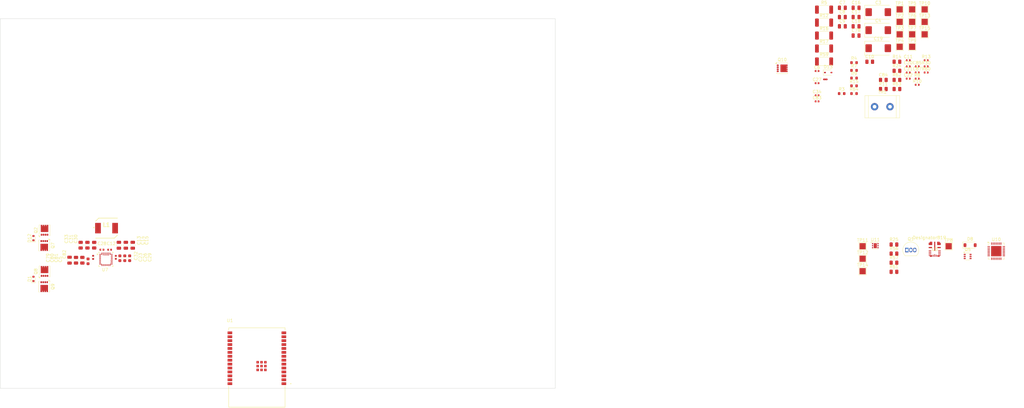
<source format=kicad_pcb>
(kicad_pcb (version 20240108) (generator "pcbnew") (generator_version "8.0")
  (title_block (title "SCAN") (date "2025-01-24") (rev "v1.0") (company "Jonah Sprandel"))
  (layers (0 "F.Cu" signal) (1 "In1.Cu" signal) (2 "In2.Cu" signal) (31 "B.Cu" signal) (34 "B.Paste" user) (35 "F.Paste" user) (36 "B.SilkS" user "B.Silkscreen") (37 "F.SilkS" user "F.Silkscreen") (38 "B.Mask" user) (39 "F.Mask" user) (44 "Edge.Cuts" user))
  (net 0 "")
  (net 1 "PGND")
  (net 2 "/Power Management/PMID")
  (net 3 "/Power Management/REGN")
  (net 4 "Net-(C9-Pad1)")
  (net 5 "/Power Management/PV_IN")
  (net 6 "Net-(D1-K)")
  (net 7 "Net-(D1-A)")
  (net 8 "/Power Management/SYS")
  (net 9 "AGND")
  (net 10 "/Power Management/ACDRV1")
  (net 11 "/Power Management/VAC2")
  (net 12 "/Power Management/ACDRV2")
  (net 13 "/Power Management/BAT")
  (net 14 "/Power Management/BATP")
  (net 15 "Net-(C83-Pad1)")
  (net 16 "/VDC")
  (net 17 "Net-(D12-A)")
  (net 18 "Net-(D12-K)")
  (net 19 "/Power Management/VAC1")
  (net 20 "/RST")
  (net 21 "3.3V_SYS")
  (net 22 "/Power Management/VBUS")
  (net 23 "Net-(Q1-B)")
  (net 24 "Net-(Q1-C)")
  (net 25 "GND")
  (net 26 "Net-(Q5A-B1)")
  (net 27 "Net-(Q5B-B2)")
  (net 28 "Net-(Q5B-C2)")
  (net 29 "/Auto Download/RTS")
  (net 30 "Net-(Q5A-C1)")
  (net 31 "/Auto Download/DTR")
  (net 32 "Net-(Q10-D)")
  (net 33 "/Power Management/SDRV")
  (net 34 "/Logic Power/POWER_IN")
  (net 35 "/Power Management/PROG")
  (net 36 "Net-(D4-A)")
  (net 37 "/Power Management/TS")
  (net 38 "/CHGR_VOUT")
  (net 39 "/Power Management/BAT_IN")
  (net 40 "/I2C_SDA")
  (net 41 "/I2C_SCL")
  (net 42 "/CHIP_PU")
  (net 43 "/KEYPAD_INT")
  (net 44 "/SAFE_PWR")
  (net 45 "1.8V_VCCD")
  (net 46 "Net-(U3-FB)")
  (net 47 "Net-(U3-RT)")
  (net 48 "Net-(U3-CBOOT)")
  (net 49 "Net-(U3-SW)")
  (net 50 "Net-(U3-~{RESET})")
  (net 54 "Net-(U10-RXD)")
  (net 59 "/USB_D+")
  (net 63 "Net-(U10-TXD)")
  (net 65 "Net-(U10-~{RST})")
  (net 72 "Net-(U10-~{SUSPEND})")
  (net 73 "/USB_D-")
  (net 76 "/USB_VBUS")
  (net 77 "/Power Management/SW1")
  (net 78 "/Power Management/BTST1")
  (net 79 "/Power Management/BTST2")
  (net 80 "/Power Management/SW2")
  (net 81 "/Power Management/ILIM_HIZ")
  (net 82 "/Power Management/STAT")
  (net 83 "/GPIO16_BREAKOUT")
  (net 84 "/UART_RXD")
  (net 85 "/PD_GPIO")
  (net 86 "/SPI_MISO")
  (net 87 "/PD_INT")
  (net 88 "/UART_TXD")
  (net 89 "/NFC_INT")
  (net 90 "/BLK")
  (net 91 "/PN532_CS")
  (net 92 "/PIR_OUT")
  (net 93 "/SPI_CLK")
  (net 95 "/LED_GREEN")
  (net 96 "/BUZZER_PWM")
  (net 97 "/LED_RED")
  (net 98 "/TFT_DC")
  (net 99 "/BOOT")
  (net 100 "/SPI_MOSI")
  (net 101 "/TFT_CS")
  (footprint "TestPoint:TestPoint_Pad_2.0x2.0mm" (layer "F.Cu") (at 336.675 114.475)
    (property "Reference" "TP14" (at 0 -1.998 0) (layer "F.SilkS"))
    (property "Value" "TestPoint")
    (pad "1" smd rect (at 0 0) (size 2 2) (layers "F.Cu" "F.Mask") (net 45 "1.8V_VCCD"))
  )
  (footprint "TestPoint:TestPoint_Pad_2.0x2.0mm" (layer "F.Cu") (at 352.74 33.53)
    (property "Reference" "TP6" (at 0 -1.998 0) (layer "F.SilkS"))
    (property "Value" "TestPoint")
    (pad "1" smd rect (at 0 0) (size 2 2) (layers "F.Cu" "F.Mask") (net 11 "/Power Management/VAC2"))
  )
  (footprint "Capacitor_SMD:C_0805_2012Metric" (layer "F.Cu") (at 79.5 110.8925 90)
    (property "Reference" "C79" (at 0.745834 -6.97125 90) (layer "F.SilkS"))
    (property "Value" "10u")
    (pad "1" smd roundrect (at -0.95 0 90) (size 1 1.45) (layers "F.Cu" "F.Paste" "F.Mask") (net 22 "/Power Management/VBUS"))
    (pad "2" smd roundrect (at 0.95 0 90) (size 1 1.45) (layers "F.Cu" "F.Paste" "F.Mask") (net 1 "PGND"))
  )
  (footprint "Capacitor_SMD:C_0402_1005Metric" (layer "F.Cu") (at 94.5 109.98 -90)
    (property "Reference" "C32" (at -0.48 -6.5 90) (layer "F.SilkS"))
    (property "Value" "0.1u")
    (pad "1" smd roundrect (at -0.48 0 270) (size 0.56 0.62) (layers "F.Cu" "F.Paste" "F.Mask") (net 13 "/Power Management/BAT"))
    (pad "2" smd roundrect (at 0.48 0 270) (size 0.56 0.62) (layers "F.Cu" "F.Paste" "F.Mask") (net 1 "PGND"))
  )
  (footprint "TestPoint:TestPoint_Pad_2.0x2.0mm" (layer "F.Cu") (at 356.79 37.58)
    (property "Reference" "TP15" (at 0 -1.998 0) (layer "F.SilkS"))
    (property "Value" "TestPoint")
    (pad "1" smd rect (at 0 0) (size 2 2) (layers "F.Cu" "F.Mask") (net 39 "/Power Management/BAT_IN"))
  )
  (footprint "TestPoint:TestPoint_Pad_2.0x2.0mm" (layer "F.Cu") (at 348.69 37.58)
    (property "Reference" "TP3" (at 0 -1.998 0) (layer "F.SilkS"))
    (property "Value" "TestPoint")
    (pad "1" smd rect (at 0 0) (size 2 2) (layers "F.Cu" "F.Mask") (net 2 "/Power Management/PMID"))
  )
  (footprint "Package_TO_SOT_THT:TO-92_Inline" (layer "F.Cu") (at 351.025 107.605)
    (property "Reference" "Q1" (at 1.27 -3.56 0) (layer "F.SilkS"))
    (property "Value" "S8050")
    (pad "1" thru_hole rect (at 0 0) (size 1.05 1.5) (drill 0.75) (layers "*.Cu" "*.Mask") (net 25 "GND"))
    (pad "2" thru_hole oval (at 1.27 0) (size 1.05 1.5) (drill 0.75) (layers "*.Cu" "*.Mask") (net 23 "Net-(Q1-B)"))
    (pad "3" thru_hole oval (at 2.54 0) (size 1.05 1.5) (drill 0.75) (layers "*.Cu" "*.Mask") (net 24 "Net-(Q1-C)"))
  )
  (footprint "Resistor_SMD:R_2010_5025Metric" (layer "F.Cu") (at 324.17 29.56)
    (property "Reference" "R5" (at 0 -2.28 0) (layer "F.SilkS"))
    (property "Value" "0.01")
    (pad "1" smd roundrect (at -2.3125 0) (size 1.225 2.65) (layers "F.Cu" "F.Paste" "F.Mask") (roundrect_rratio 0.204082) (net 2 "/Power Management/PMID"))
    (pad "2" smd roundrect (at 2.3125 0) (size 1.225 2.65) (layers "F.Cu" "F.Paste" "F.Mask") (roundrect_rratio 0.204082) (net 34 "/Logic Power/POWER_IN"))
  )
  (footprint "Resistor_SMD:R_0603_1608Metric" (layer "F.Cu") (at 329.88 56.81)
    (property "Reference" "R3" (at 0 -1.43 0) (layer "F.SilkS"))
    (property "Value" "127k")
    (pad "1" smd roundrect (at -0.825 0) (size 0.8 0.95) (layers "F.Cu" "F.Paste" "F.Mask") (net 3 "/Power Management/REGN"))
    (pad "2" smd roundrect (at 0.825 0) (size 0.8 0.95) (layers "F.Cu" "F.Paste" "F.Mask") (net 81 "/Power Management/ILIM_HIZ"))
  )
  (footprint "Capacitor_SMD:C_0402_1005Metric" (layer "F.Cu") (at 92.51 107.5 180)
    (property "Reference" "C12" (at -0.49 2 0) (layer "F.SilkS"))
    (property "Value" "0.1u")
    (pad "1" smd roundrect (at -0.48 0 180) (size 0.56 0.62) (layers "F.Cu" "F.Paste" "F.Mask") (net 8 "/Power Management/SYS"))
    (pad "2" smd roundrect (at 0.48 0 180) (size 0.56 0.62) (layers "F.Cu" "F.Paste" "F.Mask") (net 1 "PGND"))
  )
  (footprint "Resistor_SMD:R_0805_2012Metric" (layer "F.Cu") (at 346.835 111.725)
    (property "Reference" "R57" (at 0 -1.65 0) (layer "F.SilkS"))
    (property "Value" "10k")
    (pad "1" smd roundrect (at -0.9125 0) (size 1.025 1.4) (layers "F.Cu" "F.Paste" "F.Mask") (roundrect_rratio 0.243902) (net 21 "3.3V_SYS"))
    (pad "2" smd roundrect (at 0.9125 0) (size 1.025 1.4) (layers "F.Cu" "F.Paste" "F.Mask") (roundrect_rratio 0.243902) (net 42 "/CHIP_PU"))
  )
  (footprint "SCAN_footprints:16-VQFN-HR" (layer "F.Cu") (at 360.050801 107.3508)
    (property "Reference" "U3" (at 0 0 0) (layer "F.SilkS"))
    (property "Value" "LM62460Q3RPHRQ1")
    (fp_poly (pts (xy -1.950001 -1.400002) (xy -1.950001 -2.050001) (xy -1.900001 -2.100001) (xy -1.650002 -2.100001) (xy -1.600002 -2.150001) (xy -1.600002 -2.4) (xy -1.550002 -2.45) (xy -0.850001 -2.45) (xy -0.800001 -2.4) (xy -0.800001 -1.400002) (xy -0.850001 -1.350002) (xy -1.900001 -1.350002)) (fill solid) (layer "F.Cu"))
    (fp_poly (pts (xy -1.950001 2.049998) (xy -1.900001 2.099998) (xy -1.650002 2.099998) (xy -1.600002 2.149998) (xy -1.600002 2.399998) (xy -1.550002 2.449998) (xy -0.900001 2.449998) (xy -0.850001 2.399998) (xy -0.850001 1.949999) (xy -0.900001 1.899999) (xy -1.900001 1.899999) (xy -1.950001 1.949999)) (fill solid) (layer "F.Cu"))
    (fp_poly (pts (xy 1.950001 -1.400002) (xy 1.950001 -2.050001) (xy 1.900001 -2.100001) (xy 1.650002 -2.100001) (xy 1.600002 -2.150001) (xy 1.600002 -2.4) (xy 1.550002 -2.45) (xy 0.850001 -2.45) (xy 0.800001 -2.4) (xy 0.800001 -1.400002) (xy 0.850001 -1.350002) (xy 1.900001 -1.350002)) (fill solid) (layer "F.Cu"))
    (fp_poly (pts (xy 1.950001 2.049998) (xy 1.900001 2.099998) (xy 1.650002 2.099998) (xy 1.600002 2.149998) (xy 1.600002 2.399998) (xy 1.550002 2.449998) (xy 0.900001 2.449998) (xy 0.850001 2.399998) (xy 0.850001 1.949999) (xy 0.900001 1.899999) (xy 1.900001 1.899999) (xy 1.950001 1.949999)) (fill solid) (layer "F.Cu"))
    (fp_text user "Designator819" (at -1.7526 -3.7592 0) (layer "F.SilkS"))
    (pad "1" smd rect (at -1.375001 -1.899999) (size 0.249999 0.249999) (layers "F.Cu" "F.Mask") (net 25 "GND"))
    (pad "2" smd rect (at -1.412999 -0.549999) (size 1.074999 0.399999) (layers "F.Cu" "F.Paste" "F.Mask") (net 34 "/Logic Power/POWER_IN"))
    (pad "3" smd rect (at -1.538 0.525) (size 0.825 0.249999) (layers "F.Cu" "F.Paste" "F.Mask") (net 48 "Net-(U3-CBOOT)"))
    (pad "4" smd rect (at -1.538 1.024999) (size 0.825 0.249999) (layers "F.Cu" "F.Paste" "F.Mask") (net 48 "Net-(U3-CBOOT)"))
    (pad "5" smd rect (at -1.538 1.525001) (size 0.825 0.249999) (layers "F.Cu" "F.Paste" "F.Mask") (net 21 "3.3V_SYS"))
    (pad "6" smd rect (at -1.4 2.174999) (size 0.249999 0.249999) (layers "F.Cu" "F.Mask") (net 47 "Net-(U3-RT)"))
    (pad "7" smd rect (at -0.499999 2.113001 90) (size 0.675 0.249999) (layers "F.Cu" "F.Paste" "F.Mask") (net 46 "Net-(U3-FB)"))
    (pad "8" smd rect (at 0 2.037999 90) (size 0.825 0.249999) (layers "F.Cu" "F.Paste" "F.Mask") (net 25 "GND"))
    (pad "9" smd rect (at 0.499999 2.113001 90) (size 0.675 0.249999) (layers "F.Cu" "F.Paste" "F.Mask") (net 47 "Net-(U3-RT)"))
    (pad "10" smd rect (at 1.4 2.174999) (size 0.249999 0.249999) (layers "F.Cu" "F.Mask") (net 50 "Net-(U3-~{RESET})"))
    (pad "11" smd rect (at 1.538 1.525001) (size 0.825 0.249999) (layers "F.Cu" "F.Paste" "F.Mask") (net 47 "Net-(U3-RT)"))
    (pad "12" smd rect (at 1.538 1.024999) (size 0.825 0.249999) (layers "F.Cu" "F.Paste" "F.Mask") (net 25 "GND"))
    (pad "13" smd rect (at 1.538 0.525) (size 0.825 0.249999) (layers "F.Cu" "F.Paste" "F.Mask") (net 34 "/Logic Power/POWER_IN"))
    (pad "14" smd rect (at 1.412999 -0.549999) (size 1.074999 0.399999) (layers "F.Cu" "F.Paste" "F.Mask") (net 34 "/Logic Power/POWER_IN"))
    (pad "15" smd rect (at 1.375001 -1.899999) (size 0.249999 0.249999) (layers "F.Cu" "F.Mask") (net 25 "GND"))
    (pad "16" smd rect (at 0 -0.963 90) (size 2.975 0.349999) (layers "F.Cu" "F.Paste" "F.Mask") (net 49 "Net-(U3-SW)"))
  )
  (footprint "Package_SON:VSON-8_3.3x3.3mm_P0.65mm_NexFET" (layer "F.Cu") (at 71.39 114.555 90)
    (property "Reference" "Q8" (at 0 -2.8 90) (layer "F.SilkS"))
    (property "Value" "CSD17581Q3A")
    (pad "1" smd roundrect (at -1.44 -0.97 90) (size 0.63 0.5) (layers "F.Cu" "F.Paste" "F.Mask") (net 7 "Net-(D1-A)"))
    (pad "2" smd roundrect (at -1.44 -0.33 90) (size 0.63 0.5) (layers "F.Cu" "F.Paste" "F.Mask") (net 7 "Net-(D1-A)"))
    (pad "3" smd roundrect (at -1.44 0.33 90) (size 0.63 0.5) (layers "F.Cu" "F.Paste" "F.Mask") (net 7 "Net-(D1-A)"))
    (pad "4" smd roundrect (at -1.44 0.97 90) (size 0.63 0.5) (layers "F.Cu" "F.Paste" "F.Mask") (net 6 "Net-(D1-K)"))
    (pad "5" smd custom (at 0.385 0 90) (size 1.9 2.45) (layers "F.Cu" "F.Mask") (net 11 "/Power Management/VAC2") (options (clearance outline) (anchor rect)) (primitives (gr_poly (pts (xy 1.371 -0.72) (xy 0.95 -0.72) (xy 0.95 -0.58) (xy 1.37 -0.58) (xy 1.37 -0.08) (xy 0.95 -0.08) (xy 0.95 0.08) (xy 1.37 0.08) (xy 1.37 0.58) (xy 0.95 0.58) (xy 0.95 0.72) (xy 1.37 0.72) (xy 1.37 1.225) (xy -0.95 1.225) (xy -0.95 -1.225) (xy 1.371 -1.225)) (width 0) (fill yes))))
  )
  (footprint "Package_SON:VSON-8_3.3x3.3mm_P0.65mm_NexFET" (layer "F.Cu") (at 71.39 101.195 90)
    (property "Reference" "Q2" (at 0 -2.8 90) (layer "F.SilkS"))
    (property "Value" "CSD17581Q3A")
    (pad "1" smd roundrect (at -1.44 -0.97 90) (size 0.63 0.5) (layers "F.Cu" "F.Paste" "F.Mask") (net 17 "Net-(D12-A)"))
    (pad "2" smd roundrect (at -1.44 -0.33 90) (size 0.63 0.5) (layers "F.Cu" "F.Paste" "F.Mask") (net 17 "Net-(D12-A)"))
    (pad "3" smd roundrect (at -1.44 0.33 90) (size 0.63 0.5) (layers "F.Cu" "F.Paste" "F.Mask") (net 17 "Net-(D12-A)"))
    (pad "4" smd roundrect (at -1.44 0.97 90) (size 0.63 0.5) (layers "F.Cu" "F.Paste" "F.Mask") (net 18 "Net-(D12-K)"))
    (pad "5" smd custom (at 0.385 0 90) (size 1.9 2.45) (layers "F.Cu" "F.Mask") (net 19 "/Power Management/VAC1") (options (clearance outline) (anchor rect)) (primitives (gr_poly (pts (xy 1.371 -0.72) (xy 0.95 -0.72) (xy 0.95 -0.58) (xy 1.37 -0.58) (xy 1.37 -0.08) (xy 0.95 -0.08) (xy 0.95 0.08) (xy 1.37 0.08) (xy 1.37 0.58) (xy 0.95 0.58) (xy 0.95 0.72) (xy 1.37 0.72) (xy 1.37 1.225) (xy -0.95 1.225) (xy -0.95 -1.225) (xy 1.371 -1.225)) (width 0) (fill yes))))
  )
  (footprint "Capacitor_SMD:C_0603_1608Metric" (layer "F.Cu") (at 85.5 111.275 90)
    (property "Reference" "C5" (at 0.632143 -9 90) (layer "F.SilkS"))
    (property "Value" "4.7u")
    (pad "1" smd roundrect (at -0.775 0 90) (size 0.9 0.95) (layers "F.Cu" "F.Paste" "F.Mask") (net 3 "/Power Management/REGN"))
    (pad "2" smd roundrect (at 0.775 0 90) (size 0.9 0.95) (layers "F.Cu" "F.Paste" "F.Mask") (net 1 "PGND"))
  )
  (footprint "Capacitor_SMD:C_0805_2012Metric" (layer "F.Cu") (at 330.1 28.96)
    (property "Reference" "C7" (at 0 -1.68 0) (layer "F.SilkS"))
    (property "Value" "10u")
    (pad "1" smd roundrect (at -0.95 0) (size 1 1.45) (layers "F.Cu" "F.Paste" "F.Mask") (net 2 "/Power Management/PMID"))
    (pad "2" smd roundrect (at 0.95 0) (size 1 1.45) (layers "F.Cu" "F.Paste" "F.Mask") (net 1 "PGND"))
  )
  (footprint "Capacitor_SMD:C_0805_2012Metric" (layer "F.Cu") (at 334.55 28.96)
    (property "Reference" "C16" (at 0 -1.68 0) (layer "F.SilkS"))
    (property "Value" "10u")
    (pad "1" smd roundrect (at -0.95 0) (size 1 1.45) (layers "F.Cu" "F.Paste" "F.Mask") (net 8 "/Power Management/SYS"))
    (pad "2" smd roundrect (at 0.95 0) (size 1 1.45) (layers "F.Cu" "F.Paste" "F.Mask") (net 1 "PGND"))
  )
  (footprint "TestPoint:TestPoint_Pad_2.0x2.0mm" (layer "F.Cu") (at 352.74 41.63)
    (property "Reference" "TP9" (at 0 -1.998 0) (layer "F.SilkS"))
    (property "Value" "TestPoint")
    (pad "1" smd rect (at 0 0) (size 2 2) (layers "F.Cu" "F.Mask") (net 38 "/CHGR_VOUT"))
  )
  (footprint "Resistor_SMD:R_0805_2012Metric" (layer "F.Cu") (at 83.656666 110.9125 90)
    (property "Reference" "C81" (at 0.745834 -8.480416 90) (layer "F.SilkS"))
    (property "Value" "10u")
    (pad "1" smd roundrect (at -0.9125 0 90) (size 1.025 1.4) (layers "F.Cu" "F.Paste" "F.Mask") (roundrect_rratio 0.243902) (net 22 "/Power Management/VBUS"))
    (pad "2" smd roundrect (at 0.9125 0 90) (size 1.025 1.4) (layers "F.Cu" "F.Paste" "F.Mask") (roundrect_rratio 0.243902) (net 1 "PGND"))
  )
  (footprint "Resistor_SMD:R_2010_5025Metric" (layer "F.Cu") (at 324.17 33.77)
    (property "Reference" "R12" (at 0 -2.28 0) (layer "F.SilkS"))
    (property "Value" "0.01")
    (pad "1" smd roundrect (at -2.3125 0) (size 1.225 2.65) (layers "F.Cu" "F.Paste" "F.Mask") (roundrect_rratio 0.204082) (net 5 "/Power Management/PV_IN"))
    (pad "2" smd roundrect (at 2.3125 0) (size 1.225 2.65) (layers "F.Cu" "F.Paste" "F.Mask") (roundrect_rratio 0.204082) (net 11 "/Power Management/VAC2"))
  )
  (footprint "Resistor_SMD:R_0805_2012Metric" (layer "F.Cu") (at 346.835 108.775)
    (property "Reference" "R56" (at 0 -1.65 0) (layer "F.SilkS"))
    (property "Value" "2.2k")
    (pad "1" smd roundrect (at -0.9125 0) (size 1.025 1.4) (layers "F.Cu" "F.Paste" "F.Mask") (roundrect_rratio 0.243902) (net 21 "3.3V_SYS"))
    (pad "2" smd roundrect (at 0.9125 0) (size 1.025 1.4) (layers "F.Cu" "F.Paste" "F.Mask") (roundrect_rratio 0.243902) (net 41 "/I2C_SCL"))
  )
  (footprint "Resistor_SMD:R_0402_1005Metric" (layer "F.Cu") (at 351.46 51.97)
    (property "Reference" "C22" (at 0 -1.17 0) (layer "F.SilkS"))
    (property "Value" "0.01u")
    (pad "1" smd roundrect (at -0.51 0) (size 0.54 0.64) (layers "F.Cu" "F.Paste" "F.Mask") (net 12 "/Power Management/ACDRV2"))
    (pad "2" smd roundrect (at 0.51 0) (size 0.54 0.64) (layers "F.Cu" "F.Paste" "F.Mask") (net 9 "AGND"))
  )
  (footprint "TestPoint:TestPoint_Pad_2.0x2.0mm" (layer "F.Cu") (at 348.69 29.48)
    (property "Reference" "TP1" (at 0 -1.998 0) (layer "F.SilkS"))
    (property "Value" "TestPoint")
    (pad "1" smd rect (at 0 0) (size 2 2) (layers "F.Cu" "F.Mask") (net 16 "/VDC"))
  )
  (footprint "SCAN_footprints:ESP32-C6-WROOM-1-N8" (layer "F.Cu") (at 140.25 145.74 180)
    (property "Reference" "U1" (at 8.75 15.24 0) (layer "F.SilkS"))
    (property "Value" "ESP32-C6-WROOM-1-N8")
    (pad "1" smd rect (at -8.75 -5.26 180) (size 1.4986 0.889) (layers "F.Cu" "F.Paste" "F.Mask") (net 25 "GND"))
    (pad "2" smd rect (at -8.75 -3.99 180) (size 1.4986 0.889) (layers "F.Cu" "F.Paste" "F.Mask") (net 21 "3.3V_SYS"))
    (pad "3" smd rect (at -8.75 -2.72 180) (size 1.4986 0.889) (layers "F.Cu" "F.Paste" "F.Mask") (net 42 "/CHIP_PU"))
    (pad "4" smd rect (at -8.75 -1.45 180) (size 1.4986 0.889) (layers "F.Cu" "F.Paste" "F.Mask") (net 85 "/PD_GPIO"))
    (pad "5" smd rect (at -8.75 -0.18 180) (size 1.4986 0.889) (layers "F.Cu" "F.Paste" "F.Mask") (net 87 "/PD_INT"))
    (pad "6" smd rect (at -8.75 1.09 180) (size 1.4986 0.889) (layers "F.Cu" "F.Paste" "F.Mask") (net 9 "AGND"))
    (pad "7" smd rect (at -8.75 2.36 180) (size 1.4986 0.889) (layers "F.Cu" "F.Paste" "F.Mask") (net 100 "/SPI_MOSI"))
    (pad "8" smd rect (at -8.75 3.63 180) (size 1.4986 0.889) (layers "F.Cu" "F.Paste" "F.Mask") (net 41 "/I2C_SCL"))
    (pad "9" smd rect (at -8.75 4.9 180) (size 1.4986 0.889) (layers "F.Cu" "F.Paste" "F.Mask") (net 40 "/I2C_SDA"))
    (pad "10" smd rect (at -8.75 6.17 180) (size 1.4986 0.889) (layers "F.Cu" "F.Paste" "F.Mask") (net 20 "/RST"))
    (pad "11" smd rect (at -8.75 7.44 180) (size 1.4986 0.889) (layers "F.Cu" "F.Paste" "F.Mask") (net 93 "/SPI_CLK"))
    (pad "12" smd rect (at -8.75 8.71 180) (size 1.4986 0.889) (layers "F.Cu" "F.Paste" "F.Mask") (net 96 "/BUZZER_PWM"))
    (pad "13" smd rect (at -8.75 9.98 180) (size 1.4986 0.889) (layers "F.Cu" "F.Paste" "F.Mask") (net 88 "/UART_TXD"))
    (pad "14" smd rect (at -8.75 11.25 180) (size 1.4986 0.889) (layers "F.Cu" "F.Paste" "F.Mask") (net 84 "/UART_RXD"))
    (pad "15" smd rect (at 8.75 11.25 180) (size 1.4986 0.889) (layers "F.Cu" "F.Paste" "F.Mask") (net 99 "/BOOT"))
    (pad "16" smd rect (at 8.75 9.98 180) (size 1.4986 0.889) (layers "F.Cu" "F.Paste" "F.Mask") (net 101 "/TFT_CS"))
    (pad "17" smd rect (at 8.75 8.71 180) (size 1.4986 0.889) (layers "F.Cu" "F.Paste" "F.Mask") (net 89 "/NFC_INT"))
    (pad "18" smd rect (at 8.75 7.44 180) (size 1.4986 0.889) (layers "F.Cu" "F.Paste" "F.Mask") (net 91 "/PN532_CS"))
    (pad "19" smd rect (at 8.75 6.17 180) (size 1.4986 0.889) (layers "F.Cu" "F.Paste" "F.Mask") (net 97 "/LED_RED"))
    (pad "20" smd rect (at 8.75 4.9 180) (size 1.4986 0.889) (layers "F.Cu" "F.Paste" "F.Mask") (net 95 "/LED_GREEN"))
    (pad "21" smd rect (at 8.75 3.63 180) (size 1.4986 0.889) (layers "F.Cu" "F.Paste" "F.Mask") (net 92 "/PIR_OUT"))
    (pad "22" smd rect (at 8.75 2.36 180) (size 1.4986 0.889) (layers "F.Cu" "F.Paste" "F.Mask"))
    (pad "23" smd rect (at 8.75 1.09 180) (size 1.4986 0.889) (layers "F.Cu" "F.Paste" "F.Mask") (net 98 "/TFT_DC"))
    (pad "24" smd rect (at 8.75 -0.18 180) (size 1.4986 0.889) (layers "F.Cu" "F.Paste" "F.Mask") (net 90 "/BLK"))
    (pad "25" smd rect (at 8.75 -1.45 180) (size 1.4986 0.889) (layers "F.Cu" "F.Paste" "F.Mask") (net 83 "/GPIO16_BREAKOUT"))
    (pad "26" smd rect (at 8.75 -2.72 180) (size 1.4986 0.889) (layers "F.Cu" "F.Paste" "F.Mask") (net 43 "/KEYPAD_INT"))
    (pad "27" smd rect (at 8.75 -3.99 180) (size 1.4986 0.889) (layers "F.Cu" "F.Paste" "F.Mask") (net 86 "/SPI_MISO"))
    (pad "28" smd rect (at 8.75 -5.26 180) (size 1.4986 0.889) (layers "F.Cu" "F.Paste" "F.Mask"))
    (pad "29" smd rect (at -1.505 0.46 180) (size 0.8128 0.8128) (layers "F.Cu" "F.Paste" "F.Mask"))
    (pad "30" smd rect (at -2.755 -0.79 180) (size 0.8128 0.8128) (layers "F.Cu" "F.Paste" "F.Mask"))
    (pad "31" smd rect (at -2.755 0.46 180) (size 0.8128 0.8128) (layers "F.Cu" "F.Paste" "F.Mask"))
    (pad "32" smd rect (at -2.755 1.71 180) (size 0.8128 0.8128) (layers "F.Cu" "F.Paste" "F.Mask"))
    (pad "33" smd rect (at -1.505 1.71 180) (size 0.8128 0.8128) (layers "F.Cu" "F.Paste" "F.Mask"))
    (pad "34" smd rect (at -0.255 1.71 180) (size 0.8128 0.8128) (layers "F.Cu" "F.Paste" "F.Mask"))
    (pad "35" smd rect (at -0.255 0.46 180) (size 0.8128 0.8128) (layers "F.Cu" "F.Paste" "F.Mask"))
    (pad "36" smd rect (at -0.255 -0.79 180) (size 0.8128 0.8128) (layers "F.Cu" "F.Paste" "F.Mask"))
    (pad "37" smd rect (at -1.505 -0.79 180) (size 0.8128 0.8128) (layers "F.Cu" "F.Paste" "F.Mask"))
  )
  (footprint "TestPoint:TestPoint_Pad_2.0x2.0mm" (layer "F.Cu") (at 364.575 106.375)
    (property "Reference" "TP8" (at 0 -1.998 0) (layer "F.SilkS"))
    (property "Value" "TestPoint")
    (pad "1" smd rect (at 0 0) (size 2 2) (layers "F.Cu" "F.Mask") (net 34 "/Logic Power/POWER_IN"))
  )
  (footprint "Resistor_SMD:R_0402_1005Metric" (layer "F.Cu") (at 354.37 53.96)
    (property "Reference" "R10" (at 0 -1.17 0) (layer "F.SilkS"))
    (property "Value" "5.24k")
    (pad "1" smd roundrect (at -0.51 0) (size 0.54 0.64) (layers "F.Cu" "F.Paste" "F.Mask") (net 3 "/Power Management/REGN"))
    (pad "2" smd roundrect (at 0.51 0) (size 0.54 0.64) (layers "F.Cu" "F.Paste" "F.Mask") (net 37 "/Power Management/TS"))
  )
  (footprint "Resistor_SMD:R_0402_1005Metric" (layer "F.Cu") (at 357.28 49.98)
    (property "Reference" "R60" (at 0 -1.17 0) (layer "F.SilkS"))
    (property "Value" "100k")
    (pad "1" smd roundrect (at -0.51 0) (size 0.54 0.64) (layers "F.Cu" "F.Paste" "F.Mask") (net 17 "Net-(D12-A)"))
    (pad "2" smd roundrect (at 0.51 0) (size 0.54 0.64) (layers "F.Cu" "F.Paste" "F.Mask") (net 18 "Net-(D12-K)"))
  )
  (footprint "Capacitor_SMD:C_0805_2012Metric" (layer "F.Cu") (at 95.5 106.05 -90)
    (property "Reference" "C13" (at -1.55 -6.48 90) (layer "F.SilkS"))
    (property "Value" "10u")
    (pad "1" smd roundrect (at -0.95 0 270) (size 1 1.45) (layers "F.Cu" "F.Paste" "F.Mask") (net 8 "/Power Management/SYS"))
    (pad "2" smd roundrect (at 0.95 0 270) (size 1 1.45) (layers "F.Cu" "F.Paste" "F.Mask") (net 1 "PGND"))
  )
  (footprint "Resistor_SMD:R_0402_1005Metric" (layer "F.Cu") (at 357.28 46)
    (property "Reference" "R13" (at 0 -1.17 0) (layer "F.SilkS"))
    (property "Value" "100k")
    (pad "1" smd roundrect (at -0.51 0) (size 0.54 0.64) (layers "F.Cu" "F.Paste" "F.Mask") (net 7 "Net-(D1-A)"))
    (pad "2" smd roundrect (at 0.51 0) (size 0.54 0.64) (layers "F.Cu" "F.Paste" "F.Mask") (net 6 "Net-(D1-K)"))
  )
  (footprint "Resistor_SMD:R_0402_1005Metric" (layer "F.Cu") (at 354.37 49.98)
    (property "Reference" "C87" (at 0 -1.17 0) (layer "F.SilkS"))
    (property "Value" "0.1u")
    (pad "1" smd roundrect (at -0.51 0) (size 0.54 0.64) (layers "F.Cu" "F.Paste" "F.Mask") (net 19 "/Power Management/VAC1"))
    (pad "2" smd roundrect (at 0.51 0) (size 0.54 0.64) (layers "F.Cu" "F.Paste" "F.Mask") (net 9 "AGND"))
  )
  (footprint "Diode_SMD:D_SOD-123" (layer "F.Cu") (at 371.52 106.025)
    (property "Reference" "D8" (at 0 -2 0) (layer "F.SilkS"))
    (property "Value" "1N4148W")
    (pad "1" smd roundrect (at -1.65 0) (size 0.9 1.2) (layers "F.Cu" "F.Paste" "F.Mask") (net 20 "/RST"))
    (pad "2" smd roundrect (at 1.65 0) (size 0.9 1.2) (layers "F.Cu" "F.Paste" "F.Mask") (net 21 "3.3V_SYS"))
  )
  (footprint "Resistor_SMD:R_0805_2012Metric" (layer "F.Cu") (at 343.39 52.38)
    (property "Reference" "C84" (at 0 -1.65 0) (layer "F.SilkS"))
    (property "Value" "1u")
    (pad "1" smd roundrect (at -0.9125 0) (size 1.025 1.4) (layers "F.Cu" "F.Paste" "F.Mask") (roundrect_rratio 0.243902) (net 16 "/VDC"))
    (pad "2" smd roundrect (at 0.9125 0) (size 1.025 1.4) (layers "F.Cu" "F.Paste" "F.Mask") (roundrect_rratio 0.243902) (net 1 "PGND"))
  )
  (footprint "TestPoint:TestPoint_Pad_2.0x2.0mm" (layer "F.Cu") (at 336.675 110.425)
    (property "Reference" "TP12" (at 0 -1.998 0) (layer "F.SilkS"))
    (property "Value" "TestPoint")
    (pad "1" smd rect (at 0 0) (size 2 2) (layers "F.Cu" "F.Mask") (net 16 "/VDC"))
  )
  (footprint "Resistor_SMD:R_2010_5025Metric" (layer "F.Cu") (at 324.17 37.98)
    (property "Reference" "R16" (at 0 -2.28 0) (layer "F.SilkS"))
    (property "Value" "0.01")
    (pad "1" smd roundrect (at -2.3125 0) (size 1.225 2.65) (layers "F.Cu" "F.Paste" "F.Mask") (roundrect_rratio 0.204082) (net 8 "/Power Management/SYS"))
    (pad "2" smd roundrect (at 2.3125 0) (size 1.225 2.65) (layers "F.Cu" "F.Paste" "F.Mask") (roundrect_rratio 0.204082) (net 38 "/CHGR_VOUT"))
  )
  (footprint "TestPoint:TestPoint_Pad_2.0x2.0mm" (layer "F.Cu") (at 352.74 37.58)
    (property "Reference" "TP7" (at 0 -1.998 0) (layer "F.SilkS"))
    (property "Value" "TestPoint")
    (pad "1" smd rect (at 0 0) (size 2 2) (layers "F.Cu" "F.Mask") (net 8 "/Power Management/SYS"))
  )
  (footprint "Capacitor_SMD:C_0603_1608Metric" (layer "F.Cu") (at 97.41 110.275 -90)
    (property "Reference" "C26" (at -0.275 -6.59 90) (layer "F.SilkS"))
    (property "Value" "10u")
    (pad "1" smd roundrect (at -0.775 0 270) (size 0.9 0.95) (layers "F.Cu" "F.Paste" "F.Mask") (net 13 "/Power Management/BAT"))
    (pad "2" smd roundrect (at 0.775 0 270) (size 0.9 0.95) (layers "F.Cu" "F.Paste" "F.Mask") (net 1 "PGND"))
  )
  (footprint "Resistor_SMD:R_0805_2012Metric" (layer "F.Cu") (at 347.8 52.38)
    (property "Reference" "R62" (at 0 -1.65 0) (layer "F.SilkS"))
    (property "Value" "10k")
    (pad "1" smd roundrect (at -0.9125 0) (size 1.025 1.4) (layers "F.Cu" "F.Paste" "F.Mask") (roundrect_rratio 0.243902) (net 21 "3.3V_SYS"))
    (pad "2" smd roundrect (at 0.9125 0) (size 1.025 1.4) (layers "F.Cu" "F.Paste" "F.Mask") (roundrect_rratio 0.243902) (net 9 "AGND"))
  )
  (footprint "Capacitor_SMD:C_0402_1005Metric" (layer "F.Cu") (at 321.9 57.37)
    (property "Reference" "C34" (at 0 -1.16 0) (layer "F.SilkS"))
    (property "Value" "47nF")
    (pad "1" smd roundrect (at -0.48 0) (size 0.56 0.62) (layers "F.Cu" "F.Paste" "F.Mask") (net 14 "/Power Management/BATP"))
    (pad "2" smd roundrect (at 0.48 0) (size 0.56 0.62) (layers "F.Cu" "F.Paste" "F.Mask") (net 1 "PGND"))
  )
  (footprint "TestPoint:TestPoint_Pad_2.0x2.0mm" (layer "F.Cu") (at 348.69 33.53)
    (property "Reference" "TP2" (at 0 -1.998 0) (layer "F.SilkS"))
    (property "Value" "TestPoint")
    (pad "1" smd rect (at 0 0) (size 2 2) (layers "F.Cu" "F.Mask") (net 19 "/Power Management/VAC1"))
  )
  (footprint "Capacitor_SMD:C_0805_2012Metric" (layer "F.Cu") (at 330.1 31.97)
    (property "Reference" "C8" (at 0 -1.68 0) (layer "F.SilkS"))
    (property "Value" "10u")
    (pad "1" smd roundrect (at -0.95 0) (size 1 1.45) (layers "F.Cu" "F.Paste" "F.Mask") (net 2 "/Power Management/PMID"))
    (pad "2" smd roundrect (at 0.95 0) (size 1 1.45) (layers "F.Cu" "F.Paste" "F.Mask") (net 1 "PGND"))
  )
  (footprint "Resistor_SMD:R_2010_5025Metric" (layer "F.Cu") (at 324.17 46.4)
    (property "Reference" "R59" (at 0 -2.28 0) (layer "F.SilkS"))
    (property "Value" "0.01")
    (pad "1" smd roundrect (at -2.3125 0) (size 1.225 2.65) (layers "F.Cu" "F.Paste" "F.Mask") (roundrect_rratio 0.204082) (net 16 "/VDC"))
    (pad "2" smd roundrect (at 2.3125 0) (size 1.225 2.65) (layers "F.Cu" "F.Paste" "F.Mask") (roundrect_rratio 0.204082) (net 19 "/Power Management/VAC1"))
  )
  (footprint "Resistor_SMD:R_0805_2012Metric" (layer "F.Cu") (at 346.835 105.825)
    (property "Reference" "R25" (at 0 -1.65 0) (layer "F.SilkS"))
    (property "Value" "2.2k")
    (pad "1" smd roundrect (at -0.9125 0) (size 1.025 1.4) (layers "F.Cu" "F.Paste" "F.Mask") (roundrect_rratio 0.243902) (net 21 "3.3V_SYS"))
    (pad "2" smd roundrect (at 0.9125 0) (size 1.025 1.4) (layers "F.Cu" "F.Paste" "F.Mask") (roundrect_rratio 0.243902) (net 40 "/I2C_SDA"))
  )
  (footprint "TestPoint:TestPoint_Pad_2.0x2.0mm" (layer "F.Cu") (at 352.74 29.48)
    (property "Reference" "TP5" (at 0 -1.998 0) (layer "F.SilkS"))
    (property "Value" "TestPoint")
    (pad "1" smd rect (at 0 0) (size 2 2) (layers "F.Cu" "F.Mask") (net 5 "/Power Management/PV_IN"))
  )
  (footprint "Resistor_SMD:R_0402_1005Metric" (layer "F.Cu") (at 87.1475 109.99 -90)
    (property "Reference" "C82" (at -0.99 9.32375 90) (layer "F.SilkS"))
    (property "Value" "0.1u")
    (pad "1" smd roundrect (at -0.51 0 270) (size 0.54 0.64) (layers "F.Cu" "F.Paste" "F.Mask") (net 22 "/Power Management/VBUS"))
    (pad "2" smd roundrect (at 0.51 0 270) (size 0.54 0.64) (layers "F.Cu" "F.Paste" "F.Mask") (net 1 "PGND"))
  )
  (footprint "TestPoint:TestPoint_Pad_2.0x2.0mm" (layer "F.Cu") (at 336.675 106.375)
    (property "Reference" "TP11" (at 0 -1.998 0) (layer "F.SilkS"))
    (property "Value" "TestPoint")
    (pad "1" smd rect (at 0 0) (size 2 2) (layers "F.Cu" "F.Mask") (net 44 "/SAFE_PWR"))
  )
  (footprint "Resistor_SMD:R_2010_5025Metric" (layer "F.Cu") (at 324.17 42.19)
    (property "Reference" "R17" (at 0 -2.28 0) (layer "F.SilkS"))
    (property "Value" "0.01")
    (pad "1" smd roundrect (at -2.3125 0) (size 1.225 2.65) (layers "F.Cu" "F.Paste" "F.Mask") (roundrect_rratio 0.204082) (net 32 "Net-(Q10-D)"))
    (pad "2" smd roundrect (at 2.3125 0) (size 1.225 2.65) (layers "F.Cu" "F.Paste" "F.Mask") (roundrect_rratio 0.204082) (net 39 "/Power Management/BAT_IN"))
  )
  (footprint "TestPoint:TestPoint_Pad_2.0x2.0mm" (layer "F.Cu") (at 356.79 33.53)
    (property "Reference" "TP13" (at 0 -1.998 0) (layer "F.SilkS"))
    (property "Value" "TestPoint")
    (pad "1" smd rect (at 0 0) (size 2 2) (layers "F.Cu" "F.Mask") (net 3 "/Power Management/REGN"))
  )
  (footprint "Capacitor_Tantalum_SMD:CP_EIA-7343-31_Kemet-D" (layer "F.Cu") (at 341.745 42.08)
    (property "Reference" "C19" (at 0 -3.1 0) (layer "F.SilkS"))
    (property "Value" "33u")
    (pad "1" smd roundrect (at -3.1125 0) (size 2.075 2.55) (layers "F.Cu" "F.Paste" "F.Mask") (roundrect_rratio 0.120482) (net 8 "/Power Management/SYS"))
    (pad "2" smd roundrect (at 3.1125 0) (size 2.075 2.55) (layers "F.Cu" "F.Paste" "F.Mask") (roundrect_rratio 0.120482) (net 1 "PGND"))
  )
  (footprint "Capacitor_SMD:C_0805_2012Metric" (layer "F.Cu") (at 334.55 34.98)
    (property "Reference" "C18" (at 0 -1.68 0) (layer "F.SilkS"))
    (property "Value" "10u")
    (pad "1" smd roundrect (at -0.95 0) (size 1 1.45) (layers "F.Cu" "F.Paste" "F.Mask") (net 8 "/Power Management/SYS"))
    (pad "2" smd roundrect (at 0.95 0) (size 1 1.45) (layers "F.Cu" "F.Paste" "F.Mask") (net 1 "PGND"))
  )
  (footprint "Resistor_THT:R_Radial_Power_L11.0mm_W7.0mm_P5.00mm" (layer "F.Cu") (at 340.55 61.08)
    (property "Reference" "TH1" (at 2.5 -4.75 0) (layer "F.SilkS"))
    (property "Value" "Thermistor_NTC")
    (pad "1" thru_hole circle (at 0 0) (size 2.4 2.4) (drill 1.2) (layers "*.Cu" "*.Mask") (net 37 "/Power Management/TS"))
    (pad "2" thru_hole circle (at 5 0) (size 2.4 2.4) (drill 1.2) (layers "*.Cu" "*.Mask") (net 9 "AGND"))
  )
  (footprint "Capacitor_Tantalum_SMD:CP_EIA-7343-31_Kemet-D" (layer "F.Cu") (at 341.745 36.23)
    (property "Reference" "C4" (at 0 -3.1 0) (layer "F.SilkS"))
    (property "Value" "33u")
    (pad "1" smd roundrect (at -3.1125 0) (size 2.075 2.55) (layers "F.Cu" "F.Paste" "F.Mask") (roundrect_rratio 0.120482) (net 2 "/Power Management/PMID"))
    (pad "2" smd roundrect (at 3.1125 0) (size 2.075 2.55) (layers "F.Cu" "F.Paste" "F.Mask") (roundrect_rratio 0.120482) (net 1 "PGND"))
  )
  (footprint "Capacitor_SMD:C_0805_2012Metric" (layer "F.Cu") (at 334.55 31.97)
    (property "Reference" "C17" (at 0 -1.68 0) (layer "F.SilkS"))
    (property "Value" "10u")
    (pad "1" smd roundrect (at -0.95 0) (size 1 1.45) (layers "F.Cu" "F.Paste" "F.Mask") (net 8 "/Power Management/SYS"))
    (pad "2" smd roundrect (at 0.95 0) (size 1 1.45) (layers "F.Cu" "F.Paste" "F.Mask") (net 1 "PGND"))
  )
  (footprint "Resistor_SMD:R_0402_1005Metric" (layer "F.Cu") (at 357.28 47.99)
    (property "Reference" "R30" (at 0 -1.17 0) (layer "F.SilkS"))
    (property "Value" "30.1k")
    (pad "1" smd roundrect (at -0.51 0) (size 0.54 0.64) (layers "F.Cu" "F.Paste" "F.Mask") (net 37 "/Power Management/TS"))
    (pad "2" smd roundrect (at 0.51 0) (size 0.54 0.64) (layers "F.Cu" "F.Paste" "F.Mask") (net 9 "AGND"))
  )
  (footprint "SCAN_footprints:SPM6530" (layer "F.Cu") (at 91.5 100.5)
    (property "Reference" "L1" (at -0.068 -1.071 0) (layer "F.SilkS") (effects (font (size 1.27 1.27) (thickness 0.254))))
    (property "Value" "1.0u" (hide yes))
    (pad "1" smd rect (at -2.775 0) (size 1.85 3.4) (layers "F.Cu" "F.Paste" "F.Mask") (net 77 "/Power Management/SW1"))
    (pad "2" smd rect (at 2.775 0) (size 1.85 3.4) (layers "F.Cu" "F.Paste" "F.Mask") (net 80 "/Power Management/SW2"))
  )
  (footprint "NetTie:NetTie-2_SMD_Pad0.5mm" (layer "F.Cu") (at 324.585 52.205)
    (property "Reference" "NT1" (hide yes))
    (property "Value" "NetTie_2" (hide yes))
    (fp_poly (pts (xy -0.5 -0.25) (xy 0.5 -0.25) (xy 0.5 0.25) (xy -0.5 0.25)) (fill solid) (layer "F.Cu"))
    (pad "1" smd circle (at -0.5 0) (size 0.5 0.5) (layers "F.Cu") (net 1 "PGND"))
    (pad "2" smd circle (at 0.5 0) (size 0.5 0.5) (layers "F.Cu") (net 9 "AGND"))
  )
  (footprint "Resistor_SMD:R_0805_2012Metric" (layer "F.Cu") (at 83.1 106.03 -90)
    (property "Reference" "C33" (at -2.03 4.6 90) (layer "F.SilkS"))
    (property "Value" "10u")
    (pad "1" smd roundrect (at -0.9125 0 270) (size 1.025 1.4) (layers "F.Cu" "F.Paste" "F.Mask") (roundrect_rratio 0.243902) (net 2 "/Power Management/PMID"))
    (pad "2" smd roundrect (at 0.9125 0 270) (size 1.025 1.4) (layers "F.Cu" "F.Paste" "F.Mask") (roundrect_rratio 0.243902) (net 1 "PGND"))
  )
  (footprint "Resistor_SMD:R_0805_2012Metric" (layer "F.Cu") (at 338.98 46.48)
    (property "Reference" "C10" (at 0 -1.65 0) (layer "F.SilkS"))
    (property "Value" "1u")
    (pad "1" smd roundrect (at -0.9125 0) (size 1.025 1.4) (layers "F.Cu" "F.Paste" "F.Mask") (roundrect_rratio 0.243902) (net 5 "/Power Management/PV_IN"))
    (pad "2" smd roundrect (at 0.9125 0) (size 1.025 1.4) (layers "F.Cu" "F.Paste" "F.Mask") (roundrect_rratio 0.243902) (net 1 "PGND"))
  )
  (footprint "SCAN_footprints:29-VQFN-HR" (layer "F.Cu") (at 91.3 110.600001)
    (property "Reference" "U7" (at -0.3 3.399999 0) (layer "F.SilkS"))
    (property "Value" "BQ25798RQMR")
    (fp_poly (pts (xy -2.199998 -1.649999) (xy -2.149998 -1.699999) (xy -1.45 -1.699999) (xy -1.45 -2.150001) (xy -1.4 -2.200001) (xy -1.3 -2.200001) (xy -1.249997 -2.150001) (xy -1.25 -1.549999) (xy -1.3 -1.499997) (xy -2.150001 -1.5) (xy -2.199998 -1.549999)) (fill solid) (layer "F.Cu"))
    (fp_poly (pts (xy -2.199998 1.649999) (xy -2.149998 1.699999) (xy -1.5 1.699999) (xy -1.5 2.150001) (xy -1.45 2.200001) (xy -1.35 2.200001) (xy -1.3 2.150001) (xy -1.3 1.549999) (xy -1.35 1.5) (xy -2.150001 1.5) (xy -2.199998 1.549999)) (fill solid) (layer "F.Cu"))
    (fp_poly (pts (xy 2.199998 -1.649999) (xy 2.149998 -1.699999) (xy 1.45 -1.699999) (xy 1.45 -2.150001) (xy 1.4 -2.200001) (xy 1.3 -2.200001) (xy 1.249997 -2.150001) (xy 1.25 -1.549999) (xy 1.3 -1.499997) (xy 2.150001 -1.5) (xy 2.199998 -1.549999)) (fill solid) (layer "F.Cu"))
    (fp_poly (pts (xy 2.199998 1.649999) (xy 2.149998 1.699999) (xy 1.5 1.699999) (xy 1.5 2.150001) (xy 1.45 2.199998) (xy 1.35 2.200001) (xy 1.299997 2.150001) (xy 1.3 1.549999) (xy 1.35 1.499997) (xy 2.150001 1.5) (xy 2.199998 1.549999)) (fill solid) (layer "F.Cu"))
    (pad "1" smd circle (at -1.368745 -1.631249) (size 0.191587 0.191587) (layers "F.Cu" "F.Paste" "F.Mask") (net 82 "/Power Management/STAT"))
    (pad "2" smd rect (at -1.899999 -1.2) (size 0.599999 0.2) (layers "F.Cu" "F.Paste" "F.Mask") (net 22 "/Power Management/VBUS"))
    (pad "3" smd rect (at -1.899999 -0.800001) (size 0.599999 0.2) (layers "F.Cu" "F.Paste" "F.Mask") (net 22 "/Power Management/VBUS"))
    (pad "4" smd rect (at -1.899999 -0.399999) (size 0.599999 0.2) (layers "F.Cu" "F.Paste" "F.Mask") (net 78 "/Power Management/BTST1"))
    (pad "5" smd rect (at -1.899999 0) (size 0.599999 0.2) (layers "F.Cu" "F.Paste" "F.Mask") (net 3 "/Power Management/REGN"))
    (pad "6" smd rect (at -1.899999 0.399999) (size 0.599999 0.2) (layers "F.Cu" "F.Paste" "F.Mask"))
    (pad "7" smd rect (at -1.899999 0.800001) (size 0.599999 0.2) (layers "F.Cu" "F.Paste" "F.Mask"))
    (pad "8" smd rect (at -1.899999 1.2) (size 0.599999 0.2) (layers "F.Cu" "F.Paste" "F.Mask") (net 11 "/Power Management/VAC2"))
    (pad "9" smd circle (at -1.412499 1.762501) (size 0.157503 0.157503) (layers "F.Cu" "F.Paste" "F.Mask") (net 19 "/Power Management/VAC1"))
    (pad "10" smd rect (at -1.000001 1.899999 90) (size 0.599999 0.2) (layers "F.Cu" "F.Paste" "F.Mask") (net 12 "/Power Management/ACDRV2"))
    (pad "11" smd rect (at -0.599999 1.899999 90) (size 0.599999 0.2) (layers "F.Cu" "F.Paste" "F.Mask") (net 10 "/Power Management/ACDRV1"))
    (pad "12" smd rect (at -0.2 1.899999 90) (size 0.599999 0.2) (layers "F.Cu" "F.Paste" "F.Mask"))
    (pad "13" smd rect (at 0.2 1.899999 90) (size 0.599999 0.2) (layers "F.Cu" "F.Paste" "F.Mask") (net 9 "AGND"))
    (pad "14" smd rect (at 0.599999 1.899999 90) (size 0.599999 0.2) (layers "F.Cu" "F.Paste" "F.Mask") (net 41 "/I2C_SCL"))
    (pad "15" smd rect (at 1.000001 1.899999 90) (size 0.599999 0.2) (layers "F.Cu" "F.Paste" "F.Mask") (net 40 "/I2C_SDA"))
    (pad "16" smd circle (at 1.431249 1.631249) (size 0.175011 0.175011) (layers "F.Cu" "F.Paste" "F.Mask") (net 37 "/Power Management/TS"))
    (pad "17" smd rect (at 1.849999 1.2) (size 0.700001 0.2) (layers "F.Cu" "F.Paste" "F.Mask") (net 81 "/Power Management/ILIM_HIZ"))
    (pad "18" smd rect (at 1.875 0.799998) (size 0.650001 0.2) (layers "F.Cu" "F.Paste" "F.Mask") (net 14 "/Power Management/BATP"))
    (pad "19" smd rect (at 1.859999 0.399999) (size 0.680001 0.2) (layers "F.Cu" "F.Paste" "F.Mask") (net 79 "/Power Management/BTST2"))
    (pad "20" smd rect (at 1.899999 0) (size 0.599999 0.2) (layers "F.Cu" "F.Paste" "F.Mask") (net 35 "/Power Management/PROG"))
    (pad "21" smd rect (at 1.899999 -0.399999) (size 0.599999 0.2) (layers "F.Cu" "F.Paste" "F.Mask") (net 9 "AGND"))
    (pad "22" smd rect (at 1.899999 -0.800001) (size 0.599999 0.2) (layers "F.Cu" "F.Paste" "F.Mask") (net 13 "/Power Management/BAT"))
    (pad "23" smd rect (at 1.899999 -1.2) (size 0.599999 0.2) (layers "F.Cu" "F.Paste" "F.Mask") (net 13 "/Power Management/BAT"))
    (pad "24" smd circle (at 1.381249 -1.631249) (size 0.175011 0.175011) (layers "F.Cu" "F.Paste" "F.Mask") (net 33 "/Power Management/SDRV"))
    (pad "25" smd rect (at 0.900001 -1.699999) (size 0.2 1) (layers "F.Cu" "F.Paste" "F.Mask") (net 8 "/Power Management/SYS"))
    (pad "26" smd rect (at 0.449999 -1.699999) (size 0.2 1) (layers "F.Cu" "F.Paste" "F.Mask") (net 80 "/Power Management/SW2"))
    (pad "27" smd rect (at 0 -1.699999) (size 0.2 1) (layers "F.Cu" "F.Paste" "F.Mask") (net 1 "PGND"))
    (pad "28" smd rect (at -0.449999 -1.699999) (size 0.2 1) (layers "F.Cu" "F.Paste" "F.Mask") (net 77 "/Power Management/SW1"))
    (pad "29" smd rect (at -0.900001 -1.725) (size 0.2 0.950001) (layers "F.Cu" "F.Paste" "F.Mask") (net 2 "/Power Management/PMID"))
  )
  (footprint "Resistor_SMD:R_0805_2012Metric" (layer "F.Cu") (at 347.8 49.43)
    (property "Reference" "R24" (at 0 -1.65 0) (layer "F.SilkS"))
    (property "Value" "2.0")
    (pad "1" smd roundrect (at -0.9125 0) (size 1.025 1.4) (layers "F.Cu" "F.Paste" "F.Mask") (roundrect_rratio 0.243902) (net 16 "/VDC"))
    (pad "2" smd roundrect (at 0.9125 0) (size 1.025 1.4) (layers "F.Cu" "F.Paste" "F.Mask") (roundrect_rratio 0.243902) (net 15 "Net-(C83-Pad1)"))
  )
  (footprint "Resistor_SMD:R_0603_1608Metric" (layer "F.Cu") (at 333.89 46.77)
    (property "Reference" "R4" (at 0 -1.43 0) (layer "F.SilkS"))
    (property "Value" "100k")
    (pad "1" smd roundrect (at -0.825 0) (size 0.8 0.95) (layers "F.Cu" "F.Paste" "F.Mask") (net 81 "/Power Management/ILIM_HIZ"))
    (pad "2" smd roundrect (at 0.825 0) (size 0.8 0.95) (layers "F.Cu" "F.Paste" "F.Mask") (net 9 "AGND"))
  )
  (footprint "Diode_SMD:D_SOD-523" (layer "F.Cu") (at 67.8 103.75 90)
    (property "Reference" "D12" (at 0 -1.3 90) (layer "F.SilkS"))
    (property "Value" "12V")
    (pad "1" smd roundrect (at -0.7 0 270) (size 0.6 0.7) (layers "F.Cu" "F.Paste" "F.Mask") (net 18 "Net-(D12-K)"))
    (pad "2" smd roundrect (at 0.7 0 270) (size 0.6 0.7) (layers "F.Cu" "F.Paste" "F.Mask") (net 17 "Net-(D12-A)"))
  )
  (footprint "Resistor_SMD:R_0402_1005Metric" (layer "F.Cu") (at 351.46 46)
    (property "Reference" "C11" (at 0 -1.17 0) (layer "F.SilkS"))
    (property "Value" "1nF")
    (pad "1" smd roundrect (at -0.51 0) (size 0.54 0.64) (layers "F.Cu" "F.Paste" "F.Mask") (net 7 "Net-(D1-A)"))
    (pad "2" smd roundrect (at 0.51 0) (size 0.54 0.64) (layers "F.Cu" "F.Paste" "F.Mask") (net 6 "Net-(D1-K)"))
  )
  (footprint "Capacitor_SMD:C_0805_2012Metric" (layer "F.Cu") (at 330.1 34.98)
    (property "Reference" "C9" (at 0 -1.68 0) (layer "F.SilkS"))
    (property "Value" "2.2uF")
    (pad "1" smd roundrect (at -0.95 0) (size 1 1.45) (layers "F.Cu" "F.Paste" "F.Mask") (net 4 "Net-(C9-Pad1)"))
    (pad "2" smd roundrect (at 0.95 0) (size 1 1.45) (layers "F.Cu" "F.Paste" "F.Mask") (net 1 "PGND"))
  )
  (footprint "Resistor_SMD:R_0402_1005Metric" (layer "F.Cu") (at 351.46 49.98)
    (property "Reference" "C21" (at 0 -1.17 0) (layer "F.SilkS"))
    (property "Value" "0.1u")
    (pad "1" smd roundrect (at -0.51 0) (size 0.54 0.64) (layers "F.Cu" "F.Paste" "F.Mask") (net 11 "/Power Management/VAC2"))
    (pad "2" smd roundrect (at 0.51 0) (size 0.54 0.64) (layers "F.Cu" "F.Paste" "F.Mask") (net 9 "AGND"))
  )
  (footprint "Capacitor_SMD:C_0603_1608Metric" (layer "F.Cu") (at 99 110.275 -90)
    (property "Reference" "C29" (at -0.275 -6.5 90) (layer "F.SilkS"))
    (property "Value" "10u")
    (pad "1" smd roundrect (at -0.775 0 270) (size 0.9 0.95) (layers "F.Cu" "F.Paste" "F.Mask") (net 13 "/Power Management/BAT"))
    (pad "2" smd roundrect (at 0.775 0 270) (size 0.9 0.95) (layers "F.Cu" "F.Paste" "F.Mask") (net 1 "PGND"))
  )
  (footprint "Capacitor_SMD:C_0805_2012Metric" (layer "F.Cu") (at 334.55 37.99)
    (property "Reference" "C78" (at 0 -1.68 0) (layer "F.SilkS"))
    (property "Value" "10u")
    (pad "1" smd roundrect (at -0.95 0) (size 1 1.45) (layers "F.Cu" "F.Paste" "F.Mask") (net 22 "/Power Management/VBUS"))
    (pad "2" smd roundrect (at 0.95 0) (size 1 1.45) (layers "F.Cu" "F.Paste" "F.Mask") (net 1 "PGND"))
  )
  (footprint "Resistor_SMD:R_0603_1608Metric" (layer "F.Cu") (at 333.89 51.79)
    (property "Reference" "R9" (at 0 -1.43 0) (layer "F.SilkS"))
    (property "Value" "100")
    (pad "1" smd roundrect (at -0.825 0) (size 0.8 0.95) (layers "F.Cu" "F.Paste" "F.Mask") (net 14 "/Power Management/BATP"))
    (pad "2" smd roundrect (at 0.825 0) (size 0.8 0.95) (layers "F.Cu" "F.Paste" "F.Mask") (net 32 "Net-(Q10-D)"))
  )
  (footprint "TestPoint:TestPoint_Pad_2.0x2.0mm" (layer "F.Cu") (at 356.79 29.48)
    (property "Reference" "TP10" (at 0 -1.998 0) (layer "F.SilkS"))
    (property "Value" "TestPoint")
    (pad "1" smd rect (at 0 0) (size 2 2) (layers "F.Cu" "F.Mask") (net 32 "Net-(Q10-D)"))
  )
  (footprint "Package_DFN_QFN:QFN-28-1EP_5x5mm_P0.5mm_EP3.35x3.35mm" (layer "F.Cu") (at 380.015 107.975)
    (property "Reference" "U10" (at 0 -3.8 0) (layer "F.SilkS"))
    (property "Value" "CP2102N-A02-xQFN28")
    (pad "1" smd roundrect (at -2.45 -1.5) (size 0.8 0.25) (layers "F.Cu" "F.Paste" "F.Mask"))
    (pad "2" smd roundrect (at -2.45 -1) (size 0.8 0.25) (layers "F.Cu" "F.Paste" "F.Mask"))
    (pad "3" smd roundrect (at -2.45 -0.5) (size 0.8 0.25) (layers "F.Cu" "F.Paste" "F.Mask") (net 25 "GND"))
    (pad "4" smd roundrect (at -2.45 0) (size 0.8 0.25) (layers "F.Cu" "F.Paste" "F.Mask") (net 59 "/USB_D+"))
    (pad "5" smd roundrect (at -2.45 0.5) (size 0.8 0.25) (layers "F.Cu" "F.Paste" "F.Mask") (net 73 "/USB_D-"))
    (pad "6" smd roundrect (at -2.45 1) (size 0.8 0.25) (layers "F.Cu" "F.Paste" "F.Mask") (net 21 "3.3V_SYS"))
    (pad "7" smd roundrect (at -2.45 1.5) (size 0.8 0.25) (layers "F.Cu" "F.Paste" "F.Mask") (net 21 "3.3V_SYS"))
    (pad "8" smd roundrect (at -1.5 2.45) (size 0.25 0.8) (layers "F.Cu" "F.Paste" "F.Mask") (net 21 "3.3V_SYS"))
    (pad "9" smd roundrect (at -1 2.45) (size 0.25 0.8) (layers "F.Cu" "F.Paste" "F.Mask") (net 65 "Net-(U10-~{RST})"))
    (pad "10" smd roundrect (at -0.5 2.45) (size 0.25 0.8) (layers "F.Cu" "F.Paste" "F.Mask"))
    (pad "11" smd roundrect (at 0 2.45) (size 0.25 0.8) (layers "F.Cu" "F.Paste" "F.Mask") (net 72 "Net-(U10-~{SUSPEND})"))
    (pad "12" smd roundrect (at 0.5 2.45) (size 0.25 0.8) (layers "F.Cu" "F.Paste" "F.Mask"))
    (pad "13" smd roundrect (at 1 2.45) (size 0.25 0.8) (layers "F.Cu" "F.Paste" "F.Mask"))
    (pad "14" smd roundrect (at 1.5 2.45) (size 0.25 0.8) (layers "F.Cu" "F.Paste" "F.Mask"))
    (pad "15" smd roundrect (at 2.45 1.5) (size 0.8 0.25) (layers "F.Cu" "F.Paste" "F.Mask"))
    (pad "16" smd roundrect (at 2.45 1) (size 0.8 0.25) (layers "F.Cu" "F.Paste" "F.Mask"))
    (pad "17" smd roundrect (at 2.45 0.5) (size 0.8 0.25) (layers "F.Cu" "F.Paste" "F.Mask"))
    (pad "18" smd roundrect (at 2.45 0) (size 0.8 0.25) (layers "F.Cu" "F.Paste" "F.Mask"))
    (pad "19" smd roundrect (at 2.45 -0.5) (size 0.8 0.25) (layers "F.Cu" "F.Paste" "F.Mask"))
    (pad "20" smd roundrect (at 2.45 -1) (size 0.8 0.25) (layers "F.Cu" "F.Paste" "F.Mask"))
    (pad "21" smd roundrect (at 2.45 -1.5) (size 0.8 0.25) (layers "F.Cu" "F.Paste" "F.Mask"))
    (pad "22" smd roundrect (at 1.5 -2.45) (size 0.25 0.8) (layers "F.Cu" "F.Paste" "F.Mask"))
    (pad "23" smd roundrect (at 1 -2.45) (size 0.25 0.8) (layers "F.Cu" "F.Paste" "F.Mask"))
    (pad "24" smd roundrect (at 0.5 -2.45) (size 0.25 0.8) (layers "F.Cu" "F.Paste" "F.Mask") (net 29 "/Auto Download/RTS"))
    (pad "25" smd roundrect (at 0 -2.45) (size 0.25 0.8) (layers "F.Cu" "F.Paste" "F.Mask") (net 54 "Net-(U10-RXD)"))
    (pad "26" smd roundrect (at -0.5 -2.45) (size 0.25 0.8) (layers "F.Cu" "F.Paste" "F.Mask") (net 63 "Net-(U10-TXD)"))
    (pad "27" smd roundrect (at -1 -2.45) (size 0.25 0.8) (layers "F.Cu" "F.Paste" "F.Mask"))
    (pad "28" smd roundrect (at -1.5 -2.45) (size 0.25 0.8) (layers "F.Cu" "F.Paste" "F.Mask") (net 31 "/Auto Download/DTR"))
    (pad "29" smd rect (at 0 0) (size 3.35 3.35) (property pad_prop_heatsink) (layers "F.Cu" "F.Mask") (net 25 "GND"))
  )
  (footprint "Diode_SMD:D_SOD-323" (layer "F.Cu") (at 325.505 49.98)
    (property "Reference" "D13" (at 0 -1.85 0) (layer "F.SilkS"))
    (property "Value" "30V")
    (pad "1" smd roundrect (at -1.05 0) (size 0.6 0.45) (layers "F.Cu" "F.Paste" "F.Mask") (net 22 "/Power Management/VBUS"))
    (pad "2" smd roundrect (at 1.05 0) (size 0.6 0.45) (layers "F.Cu" "F.Paste" "F.Mask") (net 22 "/Power Management/VBUS"))
  )
  (footprint "Capacitor_SMD:C_0603_1608Metric" (layer "F.Cu") (at 95.82 110.275 -90)
    (property "Reference" "C23" (at -0.275 -6.68 90) (layer "F.SilkS"))
    (property "Value" "10u")
    (pad "1" smd roundrect (at -0.775 0 270) (size 0.9 0.95) (layers "F.Cu" "F.Paste" "F.Mask") (net 13 "/Power Management/BAT"))
    (pad "2" smd roundrect (at 0.775 0 270) (size 0.9 0.95) (layers "F.Cu" "F.Paste" "F.Mask") (net 1 "PGND"))
  )
  (footprint "Resistor_SMD:R_0805_2012Metric" (layer "F.Cu") (at 87.5 106.03 -90)
    (property "Reference" "C30" (at -2.03 6 90) (layer "F.SilkS"))
    (property "Value" "10u")
    (pad "1" smd roundrect (at -0.9125 0 270) (size 1.025 1.4) (layers "F.Cu" "F.Paste" "F.Mask") (roundrect_rratio 0.243902) (net 2 "/Power Management/PMID"))
    (pad "2" smd roundrect (at 0.9125 0 270) (size 1.025 1.4) (layers "F.Cu" "F.Paste" "F.Mask") (roundrect_rratio 0.243902) (net 1 "PGND"))
  )
  (footprint "Capacitor_SMD:C_0402_1005Metric" (layer "F.Cu") (at 321.9 59.34)
    (property "Reference" "C83" (at 0 -1.16 0) (layer "F.SilkS"))
    (property "Value" "2.2u")
    (pad "1" smd roundrect (at -0.48 0) (size 0.56 0.62) (layers "F.Cu" "F.Paste" "F.Mask") (net 15 "Net-(C83-Pad1)"))
    (pad "2" smd roundrect (at 0.48 0) (size 0.56 0.62) (layers "F.Cu" "F.Paste" "F.Mask") (net 1 "PGND"))
  )
  (footprint "Package_SON:VSON-8_3.3x3.3mm_P0.65mm_NexFET" (layer "F.Cu") (at 71.295 106.14 -90)
    (property "Reference" "Q7" (at 0 -2.8 90) (layer "F.SilkS"))
    (property "Value" "CSD17581Q3A")
    (pad "1" smd roundrect (at -1.44 -0.97 270) (size 0.63 0.5) (layers "F.Cu" "F.Paste" "F.Mask") (net 17 "Net-(D12-A)"))
    (pad "2" smd roundrect (at -1.44 -0.33 270) (size 0.63 0.5) (layers "F.Cu" "F.Paste" "F.Mask") (net 17 "Net-(D12-A)"))
    (pad "3" smd roundrect (at -1.44 0.33 270) (size 0.63 0.5) (layers "F.Cu" "F.Paste" "F.Mask") (net 17 "Net-(D12-A)"))
    (pad "4" smd roundrect (at -1.44 0.97 270) (size 0.63 0.5) (layers "F.Cu" "F.Paste" "F.Mask") (net 18 "Net-(D12-K)"))
    (pad "5" smd custom (at 0.385 0 270) (size 1.9 2.45) (layers "F.Cu" "F.Mask") (net 22 "/Power Management/VBUS") (options (clearance outline) (anchor rect)) (primitives (gr_poly (pts (xy 1.371 -0.72) (xy 0.95 -0.72) (xy 0.95 -0.58) (xy 1.37 -0.58) (xy 1.37 -0.08) (xy 0.95 -0.08) (xy 0.95 0.08) (xy 1.37 0.08) (xy 1.37 0.58) (xy 0.95 0.58) (xy 0.95 0.72) (xy 1.37 0.72) (xy 1.37 1.225) (xy -0.95 1.225) (xy -0.95 -1.225) (xy 1.371 -1.225)) (width 0) (fill yes))))
  )
  (footprint "Resistor_SMD:R_0805_2012Metric" (layer "F.Cu") (at 85.3 106.03 -90)
    (property "Reference" "C31" (at -2.03 5.3 90) (layer "F.SilkS"))
    (property "Value" "10u")
    (pad "1" smd roundrect (at -0.9125 0 270) (size 1.025 1.4) (layers "F.Cu" "F.Paste" "F.Mask") (roundrect_rratio 0.243902) (net 2 "/Power Management/PMID"))
    (pad "2" smd roundrect (at 0.9125 0 270) (size 1.025 1.4) (layers "F.Cu" "F.Paste" "F.Mask") (roundrect_rratio 0.243902) (net 1 "PGND"))
  )
  (footprint "Capacitor_SMD:C_0402_1005Metric" (layer "F.Cu") (at 321.9 53.43)
    (property "Reference" "C27" (at 0 -1.16 0) (layer "F.SilkS"))
    (property "Value" "47nF")
    (pad "1" smd roundrect (at -0.48 0) (size 0.56 0.62) (layers "F.Cu" "F.Paste" "F.Mask") (net 79 "/Power Management/BTST2"))
    (pad "2" smd roundrect (at 0.48 0) (size 0.56 0.62) (layers "F.Cu" "F.Paste" "F.Mask") (net 80 "/Power Management/SW2"))
  )
  (footprint "Capacitor_SMD:C_0805_2012Metric" (layer "F.Cu") (at 100 106.05 -90)
    (property "Reference" "C15" (at -1.55 -4.5 90) (layer "F.SilkS"))
    (property "Value" "10u")
    (pad "1" smd roundrect (at -0.95 0 270) (size 1 1.45) (layers "F.Cu" "F.Paste" "F.Mask") (net 8 "/Power Management/SYS"))
    (pad "2" smd roundrect (at 0.95 0 270) (size 1 1.45) (layers "F.Cu" "F.Paste" "F.Mask") (net 1 "PGND"))
  )
  (footprint "Capacitor_Tantalum_SMD:CP_EIA-7343-31_Kemet-D" (layer "F.Cu") (at 341.745 30.38)
    (property "Reference" "C3" (at 0 -3.1 0) (layer "F.SilkS"))
    (property "Value" "33u")
    (pad "1" smd roundrect (at -3.1125 0) (size 2.075 2.55) (layers "F.Cu" "F.Paste" "F.Mask") (roundrect_rratio 0.120482) (net 2 "/Power Management/PMID"))
    (pad "2" smd roundrect (at 3.1125 0) (size 2.075 2.55) (layers "F.Cu" "F.Paste" "F.Mask") (roundrect_rratio 0.120482) (net 1 "PGND"))
  )
  (footprint "Resistor_SMD:R_0402_1005Metric" (layer "F.Cu") (at 90 107.5)
    (property "Reference" "C28" (at 0 -2 0) (layer "F.SilkS"))
    (property "Value" "0.1u")
    (pad "1" smd roundrect (at -0.51 0) (size 0.54 0.64) (layers "F.Cu" "F.Paste" "F.Mask") (net 2 "/Power Management/PMID"))
    (pad "2" smd roundrect (at 0.51 0) (size 0.54 0.64) (layers "F.Cu" "F.Paste" "F.Mask") (net 1 "PGND"))
  )
  (footprint "Resistor_SMD:R_0805_2012Metric" (layer "F.Cu") (at 81.593333 110.9125 90)
    (property "Reference" "C80" (at 0.745834 -7.740833 90) (layer "F.SilkS"))
    (property "Value" "10u")
    (pad "1" smd roundrect (at -0.9125 0 90) (size 1.025 1.4) (layers "F.Cu" "F.Paste" "F.Mask") (roundrect_rratio 0.243902) (net 22 "/Power Management/VBUS"))
    (pad "2" smd roundrect (at 0.9125 0 90) (size 1.025 1.4) (layers "F.Cu" "F.Paste" "F.Mask") (roundrect_rratio 0.243902) (net 1 "PGND"))
  )
  (footprint "Diode_SMD:D_SOD-523" (layer "F.Cu") (at 67.8 116.97 90)
    (property "Reference" "D1" (at 0 -1.3 90) (layer "F.SilkS"))
    (property "Value" "12V")
    (pad "1" smd roundrect (at -0.7 0 270) (size 0.6 0.7) (layers "F.Cu" "F.Paste" "F.Mask") (net 6 "Net-(D1-K)"))
    (pad "2" smd roundrect (at 0.7 0 270) (size 0.6 0.7) (layers "F.Cu" "F.Paste" "F.Mask") (net 7 "Net-(D1-A)"))
  )
  (footprint "Capacitor_SMD:C_0805_2012Metric" (layer "F.Cu") (at 97.75 106.05 -90)
    (property "Reference" "C14" (at -1.55 -5.49 90) (layer "F.SilkS"))
    (property "Value" "10u")
    (pad "1" smd roundrect (at -0.95 0 270) (size 1 1.45) (layers "F.Cu" "F.Paste" "F.Mask") (net 8 "/Power Management/SYS"))
    (pad "2" smd roundrect (at 0.95 0 270) (size 1 1.45) (layers "F.Cu" "F.Paste" "F.Mask") (net 1 "PGND"))
  )
  (footprint "Resistor_SMD:R_0603_1608Metric" (layer "F.Cu") (at 333.89 49.28)
    (property "Reference" "R7" (at 0 -1.43 0) (layer "F.SilkS"))
    (property "Value" "6.04k")
    (pad "1" smd roundrect (at -0.825 0) (size 0.8 0.95) (layers "F.Cu" "F.Paste" "F.Mask") (net 9 "AGND"))
    (pad "2" smd roundrect (at 0.825 0) (size 0.8 0.95) (layers "F.Cu" "F.Paste" "F.Mask") (net 35 "/Power Management/PROG"))
  )
  (footprint "Capacitor_SMD:C_0402_1005Metric" (layer "F.Cu") (at 321.9 49.49)
    (property "Reference" "C6" (at 0 -1.16 0) (layer "F.SilkS"))
    (property "Value" "47n")
    (pad "1" smd roundrect (at -0.48 0) (size 0.56 0.62) (layers "F.Cu" "F.Paste" "F.Mask") (net 78 "/Power Management/BTST1"))
    (pad "2" smd roundrect (at 0.48 0) (size 0.56 0.62) (layers "F.Cu" "F.Paste" "F.Mask") (net 77 "/Power Management/SW1"))
  )
  (footprint "Resistor_SMD:R_0603_1608Metric" (layer "F.Cu") (at 333.89 54.3)
    (property "Reference" "R15" (at 0 -1.43 0) (layer "F.SilkS"))
    (property "Value" "294")
    (pad "1" smd roundrect (at -0.825 0) (size 0.8 0.95) (layers "F.Cu" "F.Paste" "F.Mask") (net 6 "Net-(D1-K)"))
    (pad "2" smd roundrect (at 0.825 0) (size 0.8 0.95) (layers "F.Cu" "F.Paste" "F.Mask") (net 12 "/Power Management/ACDRV2"))
  )
  (footprint "Package_TO_SOT_SMD:SOT-363_SC-70-6" (layer "F.Cu") (at 370.725 109.7)
    (property "Reference" "Q5" (at 0 -2.25 0) (layer "F.SilkS"))
    (property "Value" "BC847BDW1")
    (pad "1" smd roundrect (at -0.95 -0.65) (size 0.65 0.4) (layers "F.Cu" "F.Paste" "F.Mask") (net 31 "/Auto Download/DTR"))
    (pad "2" smd roundrect (at -0.95 0) (size 0.65 0.4) (layers "F.Cu" "F.Paste" "F.Mask") (net 26 "Net-(Q5A-B1)"))
    (pad "3" smd roundrect (at -0.95 0.65) (size 0.65 0.4) (layers "F.Cu" "F.Paste" "F.Mask") (net 28 "Net-(Q5B-C2)"))
    (pad "4" smd roundrect (at 0.95 0.65) (size 0.65 0.4) (layers "F.Cu" "F.Paste" "F.Mask") (net 29 "/Auto Download/RTS"))
    (pad "5" smd roundrect (at 0.95 0) (size 0.65 0.4) (layers "F.Cu" "F.Paste" "F.Mask") (net 27 "Net-(Q5B-B2)"))
    (pad "6" smd roundrect (at 0.95 -0.65) (size 0.65 0.4) (layers "F.Cu" "F.Paste" "F.Mask") (net 30 "Net-(Q5A-C1)"))
  )
  (footprint "Package_SON:VSON-8_3.3x3.3mm_P0.65mm_NexFET" (layer "F.Cu") (at 71.295 119.5 -90)
    (property "Reference" "Q9" (at 0 -2.8 90) (layer "F.SilkS"))
    (property "Value" "CSD17581Q3A")
    (pad "1" smd roundrect (at -1.44 -0.97 270) (size 0.63 0.5) (layers "F.Cu" "F.Paste" "F.Mask") (net 7 "Net-(D1-A)"))
    (pad "2" smd roundrect (at -1.44 -0.33 270) (size 0.63 0.5) (layers "F.Cu" "F.Paste" "F.Mask") (net 7 "Net-(D1-A)"))
    (pad "3" smd roundrect (at -1.44 0.33 270) (size 0.63 0.5) (layers "F.Cu" "F.Paste" "F.Mask") (net 7 "Net-(D1-A)"))
    (pad "4" smd roundrect (at -1.44 0.97 270) (size 0.63 0.5) (layers "F.Cu" "F.Paste" "F.Mask") (net 6 "Net-(D1-K)"))
    (pad "5" smd custom (at 0.385 0 270) (size 1.9 2.45) (layers "F.Cu" "F.Mask") (net 22 "/Power Management/VBUS") (options (clearance outline) (anchor rect)) (primitives (gr_poly (pts (xy 1.371 -0.72) (xy 0.95 -0.72) (xy 0.95 -0.58) (xy 1.37 -0.58) (xy 1.37 -0.08) (xy 0.95 -0.08) (xy 0.95 0.08) (xy 1.37 0.08) (xy 1.37 0.58) (xy 0.95 0.58) (xy 0.95 0.72) (xy 1.37 0.72) (xy 1.37 1.225) (xy -0.95 1.225) (xy -0.95 -1.225) (xy 1.371 -1.225)) (width 0) (fill yes))))
  )
  (footprint "Resistor_SMD:R_0402_1005Metric" (layer "F.Cu") (at 351.46 47.99)
    (property "Reference" "C20" (at 0 -1.17 0) (layer "F.SilkS"))
    (property "Value" "0.01u")
    (pad "1" smd roundrect (at -0.51 0) (size 0.54 0.64) (layers "F.Cu" "F.Paste" "F.Mask") (net 10 "/Power Management/ACDRV1"))
    (pad "2" smd roundrect (at 0.51 0) (size 0.54 0.64) (layers "F.Cu" "F.Paste" "F.Mask") (net 9 "AGND"))
  )
  (footprint "Resistor_SMD:R_0805_2012Metric" (layer "F.Cu") (at 347.8 46.48)
    (property "Reference" "R14" (at 0 -1.65 0) (layer "F.SilkS"))
    (property "Value" "0")
    (pad "1" smd roundrect (at -0.9125 0) (size 1.025 1.4) (layers "F.Cu" "F.Paste" "F.Mask") (roundrect_rratio 0.243902) (net 11 "/Power Management/VAC2"))
    (pad "2" smd roundrect (at 0.9125 0) (size 1.025 1.4) (layers "F.Cu" "F.Paste" "F.Mask") (roundrect_rratio 0.243902) (net 22 "/Power Management/VBUS"))
  )
  (footprint "Resistor_SMD:R_0805_2012Metric" (layer "F.Cu") (at 347.8 55.33)
    (property "Reference" "R63" (at 0 -1.65 0) (layer "F.SilkS"))
    (property "Value" "0")
    (pad "1" smd roundrect (at -0.9125 0) (size 1.025 1.4) (layers "F.Cu" "F.Paste" "F.Mask") (roundrect_rratio 0.243902) (net 19 "/Power Management/VAC1"))
    (pad "2" smd roundrect (at 0.9125 0) (size 1.025 1.4) (layers "F.Cu" "F.Paste" "F.Mask") (roundrect_rratio 0.243902) (net 22 "/Power Management/VBUS"))
  )
  (footprint "TestPoint:TestPoint_Pad_2.0x2.0mm" (layer "F.Cu") (at 348.69 41.63)
    (property "Reference" "TP4" (at 0 -1.998 0) (layer "F.SilkS"))
    (property "Value" "TestPoint")
    (pad "1" smd rect (at 0 0) (size 2 2) (layers "F.Cu" "F.Mask") (net 34 "/Logic Power/POWER_IN"))
  )
  (footprint "Resistor_SMD:R_0805_2012Metric" (layer "F.Cu") (at 346.835 114.675)
    (property "Reference" "R61" (at 0 -1.65 0) (layer "F.SilkS"))
    (property "Value" "10k")
    (pad "1" smd roundrect (at -0.9125 0) (size 1.025 1.4) (layers "F.Cu" "F.Paste" "F.Mask") (roundrect_rratio 0.243902) (net 21 "3.3V_SYS"))
    (pad "2" smd roundrect (at 0.9125 0) (size 1.025 1.4) (layers "F.Cu" "F.Paste" "F.Mask") (roundrect_rratio 0.243902) (net 43 "/KEYPAD_INT"))
  )
  (footprint "Package_SON:VSON-8_3.3x3.3mm_P0.65mm_NexFET" (layer "F.Cu") (at 310.59 48.61)
    (property "Reference" "Q10" (at 0 -2.8 0) (layer "F.SilkS"))
    (property "Value" "CSD17575Q3")
    (pad "1" smd roundrect (at -1.44 -0.97) (size 0.63 0.5) (layers "F.Cu" "F.Paste" "F.Mask") (net 13 "/Power Management/BAT"))
    (pad "2" smd roundrect (at -1.44 -0.33) (size 0.63 0.5) (layers "F.Cu" "F.Paste" "F.Mask") (net 13 "/Power Management/BAT"))
    (pad "3" smd roundrect (at -1.44 0.33) (size 0.63 0.5) (layers "F.Cu" "F.Paste" "F.Mask") (net 13 "/Power Management/BAT"))
    (pad "4" smd roundrect (at -1.44 0.97) (size 0.63 0.5) (layers "F.Cu" "F.Paste" "F.Mask") (net 33 "/Power Management/SDRV"))
    (pad "5" smd custom (at 0.385 0) (size 1.9 2.45) (layers "F.Cu" "F.Mask") (net 32 "Net-(Q10-D)") (options (clearance outline) (anchor rect)) (primitives (gr_poly (pts (xy 1.371 -0.72) (xy 0.95 -0.72) (xy 0.95 -0.58) (xy 1.37 -0.58) (xy 1.37 -0.08) (xy 0.95 -0.08) (xy 0.95 0.08) (xy 1.37 0.08) (xy 1.37 0.58) (xy 0.95 0.58) (xy 0.95 0.72) (xy 1.37 0.72) (xy 1.37 1.225) (xy -0.95 1.225) (xy -0.95 -1.225) (xy 1.371 -1.225)) (width 0) (fill yes))))
  )
  (footprint "Resistor_SMD:R_0402_1005Metric" (layer "F.Cu") (at 354.37 47.99)
    (property "Reference" "C85" (at 0 -1.17 0) (layer "F.SilkS"))
    (property "Value" "1nF")
    (pad "1" smd roundrect (at -0.51 0) (size 0.54 0.64) (layers "F.Cu" "F.Paste" "F.Mask") (net 17 "Net-(D12-A)"))
    (pad "2" smd roundrect (at 0.51 0) (size 0.54 0.64) (layers "F.Cu" "F.Paste" "F.Mask") (net 18 "Net-(D12-K)"))
  )
  (footprint "Resistor_SMD:R_0402_1005Metric" (layer "F.Cu") (at 354.37 51.97)
    (property "Reference" "R8" (at 0 -1.17 0) (layer "F.SilkS"))
    (property "Value" "2.2k")
    (pad "1" smd roundrect (at -0.51 0) (size 0.54 0.64) (layers "F.Cu" "F.Paste" "F.Mask") (net 3 "/Power Management/REGN"))
    (pad "2" smd roundrect (at 0.51 0) (size 0.54 0.64) (layers "F.Cu" "F.Paste" "F.Mask") (net 36 "Net-(D4-A)"))
  )
  (footprint "Resistor_SMD:R_0603_1608Metric" (layer "F.Cu") (at 333.89 56.81)
    (property "Reference" "R64" (at 0 -1.43 0) (layer "F.SilkS"))
    (property "Value" "294")
    (pad "1" smd roundrect (at -0.825 0) (size 0.8 0.95) (layers "F.Cu" "F.Paste" "F.Mask") (net 18 "Net-(D12-K)"))
    (pad "2" smd roundrect (at 0.825 0) (size 0.8 0.95) (layers "F.Cu" "F.Paste" "F.Mask") (net 10 "/Power Management/ACDRV1"))
  )
  (footprint "Package_SON:WSON-6-1EP_2x2mm_P0.65mm_EP1x1.6mm" (layer "F.Cu") (at 340.78 106.2)
    (property "Reference" "U11" (at 0 -1.95 0) (layer "F.SilkS"))
    (property "Value" "TVS2200DRV")
    (pad "1" smd roundrect (at -0.8875 -0.65) (size 0.375 0.4) (layers "F.Cu" "F.Paste" "F.Mask") (net 25 "GND"))
    (pad "2" smd roundrect (at -0.8875 0) (size 0.375 0.4) (layers "F.Cu" "F.Paste" "F.Mask") (net 25 "GND"))
    (pad "3" smd roundrect (at -0.8875 0.65) (size 0.375 0.4) (layers "F.Cu" "F.Paste" "F.Mask") (net 25 "GND"))
    (pad "4" smd roundrect (at 0.8875 0.65) (size 0.375 0.4) (layers "F.Cu" "F.Paste" "F.Mask") (net 76 "/USB_VBUS"))
    (pad "5" smd roundrect (at 0.8875 0) (size 0.375 0.4) (layers "F.Cu" "F.Paste" "F.Mask") (net 76 "/USB_VBUS"))
    (pad "6" smd roundrect (at 0.8875 -0.65) (size 0.375 0.4) (layers "F.Cu" "F.Paste" "F.Mask") (net 76 "/USB_VBUS"))
    (pad "7" smd rect (at 0 0) (size 1 1.6) (property pad_prop_heatsink) (layers "F.Cu" "F.Mask") (net 25 "GND"))
  )
  (footprint "Resistor_SMD:R_0805_2012Metric" (layer "F.Cu") (at 343.39 55.33)
    (property "Reference" "R11" (at 0 -1.65 0) (layer "F.SilkS"))
    (property "Value" "2.0")
    (pad "1" smd roundrect (at -0.9125 0) (size 1.025 1.4) (layers "F.Cu" "F.Paste" "F.Mask") (roundrect_rratio 0.243902) (net 5 "/Power Management/PV_IN"))
    (pad "2" smd roundrect (at 0.9125 0) (size 1.025 1.4) (layers "F.Cu" "F.Paste" "F.Mask") (roundrect_rratio 0.243902) (net 4 "Net-(C9-Pad1)"))
  )
  (gr_rect (start 57 32.5) (end 237 152.5) (stroke (width 0.1)) (fill none) (layer "Edge.Cuts"))
)
</source>
